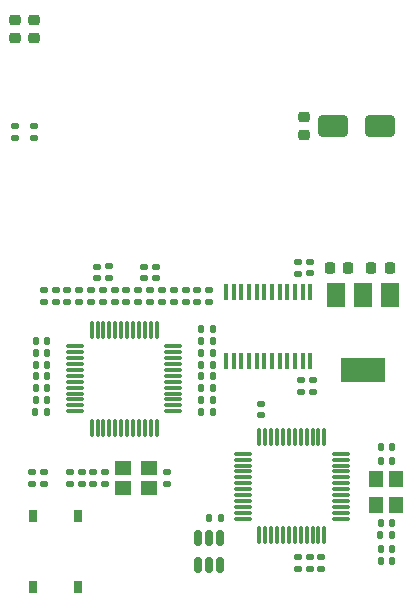
<source format=gbr>
%TF.GenerationSoftware,KiCad,Pcbnew,7.0.6*%
%TF.CreationDate,2024-06-28T04:54:33+09:00*%
%TF.ProjectId,artnet-neopixel,6172746e-6574-42d6-9e65-6f706978656c,rev?*%
%TF.SameCoordinates,Original*%
%TF.FileFunction,Paste,Top*%
%TF.FilePolarity,Positive*%
%FSLAX46Y46*%
G04 Gerber Fmt 4.6, Leading zero omitted, Abs format (unit mm)*
G04 Created by KiCad (PCBNEW 7.0.6) date 2024-06-28 04:54:33*
%MOMM*%
%LPD*%
G01*
G04 APERTURE LIST*
G04 Aperture macros list*
%AMRoundRect*
0 Rectangle with rounded corners*
0 $1 Rounding radius*
0 $2 $3 $4 $5 $6 $7 $8 $9 X,Y pos of 4 corners*
0 Add a 4 corners polygon primitive as box body*
4,1,4,$2,$3,$4,$5,$6,$7,$8,$9,$2,$3,0*
0 Add four circle primitives for the rounded corners*
1,1,$1+$1,$2,$3*
1,1,$1+$1,$4,$5*
1,1,$1+$1,$6,$7*
1,1,$1+$1,$8,$9*
0 Add four rect primitives between the rounded corners*
20,1,$1+$1,$2,$3,$4,$5,0*
20,1,$1+$1,$4,$5,$6,$7,0*
20,1,$1+$1,$6,$7,$8,$9,0*
20,1,$1+$1,$8,$9,$2,$3,0*%
G04 Aperture macros list end*
%ADD10R,0.450000X1.475000*%
%ADD11RoundRect,0.135000X-0.135000X-0.185000X0.135000X-0.185000X0.135000X0.185000X-0.135000X0.185000X0*%
%ADD12RoundRect,0.140000X-0.140000X-0.170000X0.140000X-0.170000X0.140000X0.170000X-0.140000X0.170000X0*%
%ADD13RoundRect,0.140000X-0.170000X0.140000X-0.170000X-0.140000X0.170000X-0.140000X0.170000X0.140000X0*%
%ADD14R,1.500000X2.000000*%
%ADD15R,3.800000X2.000000*%
%ADD16RoundRect,0.225000X0.250000X-0.225000X0.250000X0.225000X-0.250000X0.225000X-0.250000X-0.225000X0*%
%ADD17RoundRect,0.135000X0.185000X-0.135000X0.185000X0.135000X-0.185000X0.135000X-0.185000X-0.135000X0*%
%ADD18RoundRect,0.135000X0.135000X0.185000X-0.135000X0.185000X-0.135000X-0.185000X0.135000X-0.185000X0*%
%ADD19RoundRect,0.140000X0.170000X-0.140000X0.170000X0.140000X-0.170000X0.140000X-0.170000X-0.140000X0*%
%ADD20RoundRect,0.218750X-0.256250X0.218750X-0.256250X-0.218750X0.256250X-0.218750X0.256250X0.218750X0*%
%ADD21RoundRect,0.140000X0.140000X0.170000X-0.140000X0.170000X-0.140000X-0.170000X0.140000X-0.170000X0*%
%ADD22RoundRect,0.135000X-0.185000X0.135000X-0.185000X-0.135000X0.185000X-0.135000X0.185000X0.135000X0*%
%ADD23R,1.200000X1.400000*%
%ADD24RoundRect,0.225000X-0.225000X-0.250000X0.225000X-0.250000X0.225000X0.250000X-0.225000X0.250000X0*%
%ADD25R,0.750000X1.000000*%
%ADD26RoundRect,0.150000X0.150000X-0.512500X0.150000X0.512500X-0.150000X0.512500X-0.150000X-0.512500X0*%
%ADD27R,1.400000X1.200000*%
%ADD28RoundRect,0.225000X0.225000X0.250000X-0.225000X0.250000X-0.225000X-0.250000X0.225000X-0.250000X0*%
%ADD29RoundRect,0.075000X-0.075000X0.662500X-0.075000X-0.662500X0.075000X-0.662500X0.075000X0.662500X0*%
%ADD30RoundRect,0.075000X-0.662500X0.075000X-0.662500X-0.075000X0.662500X-0.075000X0.662500X0.075000X0*%
%ADD31RoundRect,0.075000X0.662500X0.075000X-0.662500X0.075000X-0.662500X-0.075000X0.662500X-0.075000X0*%
%ADD32RoundRect,0.075000X0.075000X0.662500X-0.075000X0.662500X-0.075000X-0.662500X0.075000X-0.662500X0*%
%ADD33RoundRect,0.250000X-1.000000X-0.650000X1.000000X-0.650000X1.000000X0.650000X-1.000000X0.650000X0*%
G04 APERTURE END LIST*
D10*
%TO.C,IC1*%
X83575000Y-74062000D03*
X82925000Y-74062000D03*
X82275000Y-74062000D03*
X81625000Y-74062000D03*
X80975000Y-74062000D03*
X80325000Y-74062000D03*
X79675000Y-74062000D03*
X79025000Y-74062000D03*
X78375000Y-74062000D03*
X77725000Y-74062000D03*
X77075000Y-74062000D03*
X76425000Y-74062000D03*
X76425000Y-79938000D03*
X77075000Y-79938000D03*
X77725000Y-79938000D03*
X78375000Y-79938000D03*
X79025000Y-79938000D03*
X79675000Y-79938000D03*
X80325000Y-79938000D03*
X80975000Y-79938000D03*
X81625000Y-79938000D03*
X82275000Y-79938000D03*
X82925000Y-79938000D03*
X83575000Y-79938000D03*
%TD*%
D11*
%TO.C,R28*%
X60290000Y-84200000D03*
X61310000Y-84200000D03*
%TD*%
D12*
%TO.C,C8*%
X89520000Y-96800000D03*
X90480000Y-96800000D03*
%TD*%
D13*
%TO.C,C20*%
X68000000Y-73920000D03*
X68000000Y-74880000D03*
%TD*%
%TO.C,C6*%
X83500000Y-96520000D03*
X83500000Y-97480000D03*
%TD*%
D12*
%TO.C,C13*%
X89520000Y-88400000D03*
X90480000Y-88400000D03*
%TD*%
D13*
%TO.C,C28*%
X64200000Y-89320000D03*
X64200000Y-90280000D03*
%TD*%
D14*
%TO.C,U2*%
X90300000Y-74350000D03*
X88000000Y-74350000D03*
D15*
X88000000Y-80650000D03*
D14*
X85700000Y-74350000D03*
%TD*%
D13*
%TO.C,C7*%
X84500000Y-96520000D03*
X84500000Y-97480000D03*
%TD*%
%TO.C,C30*%
X63200000Y-89320000D03*
X63200000Y-90280000D03*
%TD*%
D16*
%TO.C,C1*%
X83000000Y-60775000D03*
X83000000Y-59225000D03*
%TD*%
D17*
%TO.C,R3*%
X61000000Y-90310000D03*
X61000000Y-89290000D03*
%TD*%
D18*
%TO.C,R26*%
X75310000Y-81200000D03*
X74290000Y-81200000D03*
%TD*%
D13*
%TO.C,C17*%
X65500000Y-71920000D03*
X65500000Y-72880000D03*
%TD*%
D17*
%TO.C,R10*%
X66500000Y-72910000D03*
X66500000Y-71890000D03*
%TD*%
%TO.C,R1*%
X60200000Y-61020000D03*
X60200000Y-60000000D03*
%TD*%
%TO.C,R8*%
X75000000Y-74910000D03*
X75000000Y-73890000D03*
%TD*%
D19*
%TO.C,C24*%
X63000000Y-74880000D03*
X63000000Y-73920000D03*
%TD*%
D18*
%TO.C,R5*%
X90510000Y-94600000D03*
X89490000Y-94600000D03*
%TD*%
D20*
%TO.C,D2*%
X60200000Y-51012500D03*
X60200000Y-52587500D03*
%TD*%
D17*
%TO.C,R14*%
X66000000Y-74910000D03*
X66000000Y-73890000D03*
%TD*%
D18*
%TO.C,R27*%
X75310000Y-80200000D03*
X74290000Y-80200000D03*
%TD*%
D17*
%TO.C,R2*%
X58600000Y-61020000D03*
X58600000Y-60000000D03*
%TD*%
D18*
%TO.C,R21*%
X75310000Y-79200000D03*
X74290000Y-79200000D03*
%TD*%
D21*
%TO.C,C26*%
X61280000Y-80200000D03*
X60320000Y-80200000D03*
%TD*%
%TO.C,C27*%
X61280000Y-82200000D03*
X60320000Y-82200000D03*
%TD*%
D17*
%TO.C,R13*%
X70000000Y-74910000D03*
X70000000Y-73890000D03*
%TD*%
D22*
%TO.C,R29*%
X64000000Y-73890000D03*
X64000000Y-74910000D03*
%TD*%
D17*
%TO.C,R16*%
X67000000Y-74910000D03*
X67000000Y-73890000D03*
%TD*%
D19*
%TO.C,C4*%
X79400000Y-84480000D03*
X79400000Y-83520000D03*
%TD*%
%TO.C,C22*%
X71000000Y-74880000D03*
X71000000Y-73920000D03*
%TD*%
D18*
%TO.C,R23*%
X75310000Y-84200000D03*
X74290000Y-84200000D03*
%TD*%
D23*
%TO.C,Y1*%
X90850000Y-92100000D03*
X90850000Y-89900000D03*
X89150000Y-89900000D03*
X89150000Y-92100000D03*
%TD*%
D24*
%TO.C,C3*%
X88725000Y-72000000D03*
X90275000Y-72000000D03*
%TD*%
D21*
%TO.C,C12*%
X90480000Y-93600000D03*
X89520000Y-93600000D03*
%TD*%
D25*
%TO.C,SW1*%
X63875000Y-93000000D03*
X63875000Y-99000000D03*
X60125000Y-93000000D03*
X60125000Y-99000000D03*
%TD*%
D13*
%TO.C,C21*%
X71400000Y-89320000D03*
X71400000Y-90280000D03*
%TD*%
D22*
%TO.C,R4*%
X82500000Y-71490000D03*
X82500000Y-72510000D03*
%TD*%
D21*
%TO.C,C5*%
X75980000Y-93200000D03*
X75020000Y-93200000D03*
%TD*%
D22*
%TO.C,R6*%
X82500000Y-96490000D03*
X82500000Y-97510000D03*
%TD*%
D19*
%TO.C,C23*%
X65000000Y-74880000D03*
X65000000Y-73920000D03*
%TD*%
D22*
%TO.C,R19*%
X62000000Y-73890000D03*
X62000000Y-74910000D03*
%TD*%
D17*
%TO.C,R20*%
X66200000Y-90310000D03*
X66200000Y-89290000D03*
%TD*%
D26*
%TO.C,U3*%
X74050000Y-97137500D03*
X75000000Y-97137500D03*
X75950000Y-97137500D03*
X75950000Y-94862500D03*
X75000000Y-94862500D03*
X74050000Y-94862500D03*
%TD*%
D27*
%TO.C,Y2*%
X67700000Y-90650000D03*
X69900000Y-90650000D03*
X69900000Y-88950000D03*
X67700000Y-88950000D03*
%TD*%
D12*
%TO.C,C9*%
X89520000Y-95800000D03*
X90480000Y-95800000D03*
%TD*%
%TO.C,C10*%
X89520000Y-87200000D03*
X90480000Y-87200000D03*
%TD*%
D28*
%TO.C,C2*%
X86775000Y-72000000D03*
X85225000Y-72000000D03*
%TD*%
D13*
%TO.C,C18*%
X69500000Y-71920000D03*
X69500000Y-72880000D03*
%TD*%
D21*
%TO.C,C29*%
X61280000Y-78200000D03*
X60320000Y-78200000D03*
%TD*%
D18*
%TO.C,R17*%
X75310000Y-77200000D03*
X74290000Y-77200000D03*
%TD*%
D19*
%TO.C,C11*%
X60000000Y-90280000D03*
X60000000Y-89320000D03*
%TD*%
D12*
%TO.C,C31*%
X60320000Y-83200000D03*
X61280000Y-83200000D03*
%TD*%
D21*
%TO.C,C32*%
X61280000Y-81200000D03*
X60320000Y-81200000D03*
%TD*%
D17*
%TO.C,R15*%
X69000000Y-74910000D03*
X69000000Y-73890000D03*
%TD*%
D18*
%TO.C,R18*%
X75310000Y-78200000D03*
X74290000Y-78200000D03*
%TD*%
D17*
%TO.C,R9*%
X72000000Y-74910000D03*
X72000000Y-73890000D03*
%TD*%
D19*
%TO.C,C14*%
X83500000Y-72480000D03*
X83500000Y-71520000D03*
%TD*%
D29*
%TO.C,U5*%
X70550000Y-77237500D03*
X70050000Y-77237500D03*
X69550000Y-77237500D03*
X69050000Y-77237500D03*
X68550000Y-77237500D03*
X68050000Y-77237500D03*
X67550000Y-77237500D03*
X67050000Y-77237500D03*
X66550000Y-77237500D03*
X66050000Y-77237500D03*
X65550000Y-77237500D03*
X65050000Y-77237500D03*
D30*
X63637500Y-78650000D03*
X63637500Y-79150000D03*
X63637500Y-79650000D03*
X63637500Y-80150000D03*
X63637500Y-80650000D03*
X63637500Y-81150000D03*
X63637500Y-81650000D03*
X63637500Y-82150000D03*
X63637500Y-82650000D03*
X63637500Y-83150000D03*
X63637500Y-83650000D03*
X63637500Y-84150000D03*
D29*
X65050000Y-85562500D03*
X65550000Y-85562500D03*
X66050000Y-85562500D03*
X66550000Y-85562500D03*
X67050000Y-85562500D03*
X67550000Y-85562500D03*
X68050000Y-85562500D03*
X68550000Y-85562500D03*
X69050000Y-85562500D03*
X69550000Y-85562500D03*
X70050000Y-85562500D03*
X70550000Y-85562500D03*
D30*
X71962500Y-84150000D03*
X71962500Y-83650000D03*
X71962500Y-83150000D03*
X71962500Y-82650000D03*
X71962500Y-82150000D03*
X71962500Y-81650000D03*
X71962500Y-81150000D03*
X71962500Y-80650000D03*
X71962500Y-80150000D03*
X71962500Y-79650000D03*
X71962500Y-79150000D03*
X71962500Y-78650000D03*
%TD*%
D13*
%TO.C,C15*%
X83800000Y-81520000D03*
X83800000Y-82480000D03*
%TD*%
%TO.C,C16*%
X70500000Y-71920000D03*
X70500000Y-72880000D03*
%TD*%
D20*
%TO.C,D3*%
X58600000Y-51012500D03*
X58600000Y-52587500D03*
%TD*%
D22*
%TO.C,R22*%
X61000000Y-73890000D03*
X61000000Y-74910000D03*
%TD*%
D17*
%TO.C,R12*%
X73000000Y-74910000D03*
X73000000Y-73890000D03*
%TD*%
D21*
%TO.C,C25*%
X61280000Y-79200000D03*
X60320000Y-79200000D03*
%TD*%
D31*
%TO.C,U4*%
X86162500Y-93250000D03*
X86162500Y-92750000D03*
X86162500Y-92250000D03*
X86162500Y-91750000D03*
X86162500Y-91250000D03*
X86162500Y-90750000D03*
X86162500Y-90250000D03*
X86162500Y-89750000D03*
X86162500Y-89250000D03*
X86162500Y-88750000D03*
X86162500Y-88250000D03*
X86162500Y-87750000D03*
D32*
X84750000Y-86337500D03*
X84250000Y-86337500D03*
X83750000Y-86337500D03*
X83250000Y-86337500D03*
X82750000Y-86337500D03*
X82250000Y-86337500D03*
X81750000Y-86337500D03*
X81250000Y-86337500D03*
X80750000Y-86337500D03*
X80250000Y-86337500D03*
X79750000Y-86337500D03*
X79250000Y-86337500D03*
D31*
X77837500Y-87750000D03*
X77837500Y-88250000D03*
X77837500Y-88750000D03*
X77837500Y-89250000D03*
X77837500Y-89750000D03*
X77837500Y-90250000D03*
X77837500Y-90750000D03*
X77837500Y-91250000D03*
X77837500Y-91750000D03*
X77837500Y-92250000D03*
X77837500Y-92750000D03*
X77837500Y-93250000D03*
D32*
X79250000Y-94662500D03*
X79750000Y-94662500D03*
X80250000Y-94662500D03*
X80750000Y-94662500D03*
X81250000Y-94662500D03*
X81750000Y-94662500D03*
X82250000Y-94662500D03*
X82750000Y-94662500D03*
X83250000Y-94662500D03*
X83750000Y-94662500D03*
X84250000Y-94662500D03*
X84750000Y-94662500D03*
%TD*%
D33*
%TO.C,D1*%
X85500000Y-60000000D03*
X89500000Y-60000000D03*
%TD*%
D17*
%TO.C,R11*%
X74000000Y-74910000D03*
X74000000Y-73890000D03*
%TD*%
D19*
%TO.C,C19*%
X65200000Y-90280000D03*
X65200000Y-89320000D03*
%TD*%
D18*
%TO.C,R25*%
X75310000Y-82200000D03*
X74290000Y-82200000D03*
%TD*%
%TO.C,R24*%
X75310000Y-83200000D03*
X74290000Y-83200000D03*
%TD*%
D22*
%TO.C,R7*%
X82800000Y-81490000D03*
X82800000Y-82510000D03*
%TD*%
M02*

</source>
